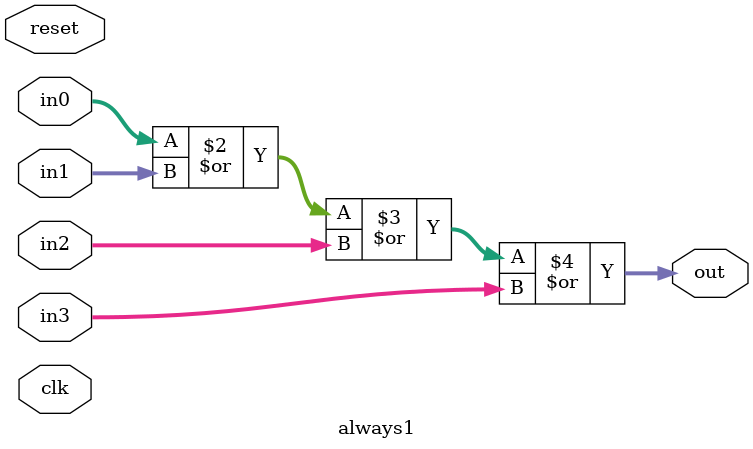
<source format=v>
module always1
  (input wire       reset,
   input wire       clk,
   input wire [7:0] in0, in1, in2, in3,
   output reg [7:0] out);

   always @(*) begin
      out = in0 | in1 | in2 | in3;
   end

endmodule

</source>
